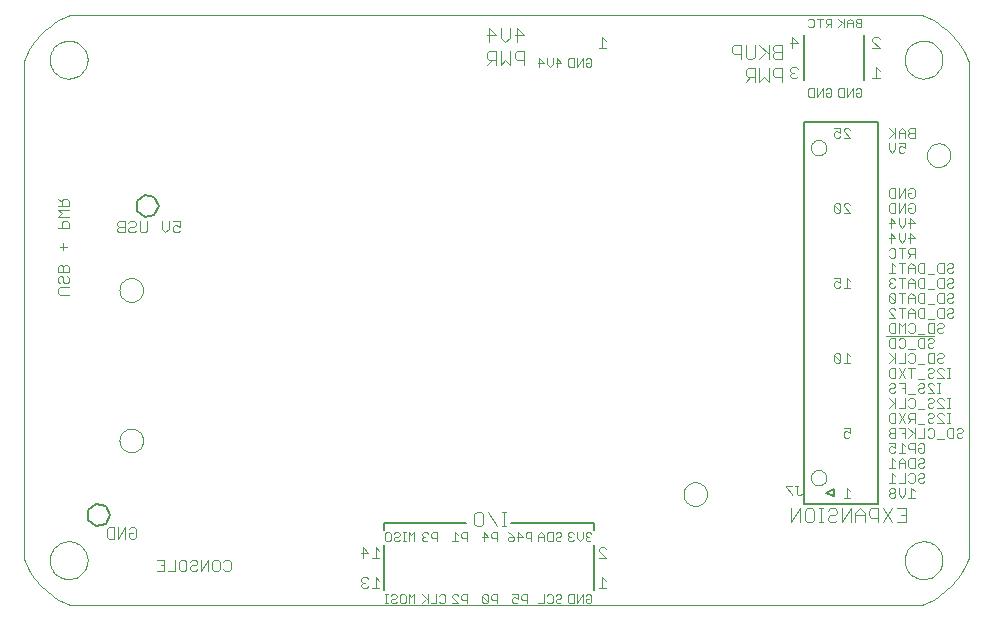
<source format=gbo>
G04 Output by ViewMate Deluxe V11.12.18  PentaLogix*
G04 Wed Mar 06 15:24:07 2019*
%IPPOS*%
%FSLAX25Y25*%
%MOIN*%
%ADD10C,0.0*%
%ADD264C,0.003*%
%ADD265C,0.004*%
%ADD266C,0.005*%
%ADD267C,0.0079*%

%LPD*%
X0Y0D2*D10*G1X286490Y176160D2*X286510Y175850D1*X286570Y175540*X286660Y175240*X286790Y174950*X286960Y174680*X287160Y174440*X287380Y174220*X287640Y174030*X287910Y173870*X288200Y173750*X288500Y173660*X288810Y173610*X289130Y173600*X289440Y173630*X289750Y173700*X290050Y173800*X290330Y173940*X290590Y174120*X290830Y174320*X291040Y174560*X291230Y174810*X291380Y175090*X291490Y175380*X291570Y175690*X291610Y176000*Y176320*X291570Y176630*X291490Y176940*X291380Y177230*X291230Y177510*X291040Y177760*X290830Y178000*X290590Y178200*X290330Y178380*X290050Y178520*X289750Y178620*X289440Y178690*X289130Y178720*X288810Y178710*X288500Y178660*X288200Y178570*X287910Y178450*X287640Y178290*X287380Y178100*X287160Y177880*X286960Y177640*X286790Y177370*X286660Y177080*X286570Y176780*X286510Y176470*X286490Y176160*X325110Y173660D2*X325130Y173270D1*X325190Y172880*X325290Y172500*X325420Y172130*X325590Y171780*X325790Y171440*X326030Y171130*X326300Y170840*X326590Y170580*X326910Y170350*X327250Y170150*X327610Y169990*X327980Y169870*X328370Y169780*X328760Y169730*X329150Y169720*X329540Y169750*X329930Y169820*X330300Y169930*X330670Y170070*X331020Y170250*X331350Y170460*X331660Y170710*X331940Y170980*X332190Y171280*X332410Y171610*X332600Y171950*X332750Y172310*X332870Y172690*X332950Y173070*X332990Y173460*Y173860*X332950Y174250*X332870Y174630*X332750Y175010*X332600Y175370*X332410Y175710*X332190Y176040*X331940Y176340*X331660Y176610*X331350Y176860*X331020Y177070*X330670Y177250*X330300Y177390*X329930Y177500*X329540Y177570*X329150Y177600*X328760Y177590*X328370Y177540*X327980Y177450*X327610Y177330*X327250Y177170*X326910Y176970*X326590Y176740*X326300Y176480*X326030Y176190*X325790Y175880*X325590Y175540*X325420Y175190*X325290Y174820*X325190Y174440*X325130Y174050*X325110Y173660*X286490Y66160D2*X286510Y65850D1*X286570Y65540*X286660Y65240*X286790Y64950*X286960Y64680*X287160Y64440*X287380Y64220*X287640Y64030*X287910Y63870*X288200Y63750*X288500Y63660*X288810Y63610*X289130Y63600*X289440Y63630*X289750Y63700*X290050Y63800*X290330Y63940*X290590Y64120*X290830Y64320*X291040Y64560*X291230Y64810*X291380Y65090*X291490Y65380*X291570Y65690*X291610Y66000*Y66320*X291570Y66630*X291490Y66940*X291380Y67230*X291230Y67510*X291040Y67760*X290830Y68000*X290590Y68200*X290330Y68380*X290050Y68520*X289750Y68620*X289440Y68690*X289130Y68720*X288810Y68710*X288500Y68660*X288200Y68570*X287910Y68450*X287640Y68290*X287380Y68100*X287160Y67880*X286960Y67640*X286790Y67370*X286660Y67080*X286570Y66780*X286510Y66470*X286490Y66160*X244010Y60700D2*X244030Y60310D1*X244090Y59920*X244190Y59540*X244320Y59170*X244490Y58820*X244690Y58480*X244930Y58170*X245200Y57880*X245490Y57620*X245810Y57390*X246150Y57190*X246510Y57030*X246880Y56910*X247270Y56820*X247660Y56770*X248050Y56760*X248440Y56790*X248830Y56860*X249200Y56970*X249570Y57110*X249920Y57290*X250250Y57500*X250560Y57750*X250840Y58020*X251090Y58320*X251310Y58650*X251500Y58990*X251650Y59350*X251770Y59730*X251850Y60110*X251890Y60500*Y60900*X251850Y61290*X251770Y61670*X251650Y62050*X251500Y62410*X251310Y62750*X251090Y63080*X250840Y63380*X250560Y63650*X250250Y63900*X249920Y64110*X249570Y64290*X249200Y64430*X248830Y64540*X248440Y64610*X248050Y64640*X247660Y64630*X247270Y64580*X246880Y64490*X246510Y64370*X246150Y64210*X245810Y64010*X245490Y63780*X245200Y63520*X244930Y63230*X244690Y62920*X244490Y62580*X244320Y62230*X244190Y61860*X244090Y61480*X244030Y61090*X244010Y60700*X39800Y220510D2*X38610Y220050D1*X37440Y219520*X36300Y218940*X35190Y218310*X34120Y217620*X33070Y216890*X32070Y216100*X31100Y215260*X30180Y214380*X29300Y213460*X28460Y212490*X27670Y211490*X26940Y210440*X26250Y209370*X25620Y208260*X25040Y207120*X24510Y205950*X24050Y204760*X55990Y128730D2*X56010Y128340D1*X56070Y127950*X56170Y127570*X56300Y127200*X56470Y126850*X56670Y126510*X56910Y126200*X57180Y125910*X57470Y125650*X57790Y125420*X58130Y125220*X58490Y125060*X58860Y124940*X59250Y124850*X59640Y124800*X60030Y124790*X60420Y124820*X60810Y124890*X61180Y125000*X61550Y125140*X61900Y125320*X62230Y125530*X62540Y125780*X62820Y126050*X63070Y126350*X63290Y126680*X63480Y127020*X63630Y127380*X63750Y127760*X63830Y128140*X63870Y128530*Y128930*X63830Y129320*X63750Y129700*X63630Y130080*X63480Y130440*X63290Y130780*X63070Y131110*X62820Y131410*X62540Y131680*X62230Y131930*X61900Y132140*X61550Y132320*X61180Y132460*X60810Y132570*X60420Y132640*X60030Y132670*X59640Y132660*X59250Y132610*X58860Y132520*X58490Y132400*X58130Y132240*X57790Y132040*X57470Y131810*X57180Y131550*X56910Y131260*X56670Y130950*X56470Y130610*X56300Y130260*X56170Y129890*X56070Y129510*X56010Y129120*X55990Y128730*Y78580D2*X56010Y78190D1*X56070Y77800*X56170Y77420*X56300Y77050*X56470Y76700*X56670Y76360*X56910Y76050*X57180Y75760*X57470Y75500*X57790Y75270*X58130Y75070*X58490Y74910*X58860Y74790*X59250Y74700*X59640Y74650*X60030Y74640*X60420Y74670*X60810Y74740*X61180Y74850*X61550Y74990*X61900Y75170*X62230Y75380*X62540Y75630*X62820Y75900*X63070Y76200*X63290Y76530*X63480Y76870*X63630Y77230*X63750Y77610*X63830Y77990*X63870Y78380*Y78780*X63830Y79170*X63750Y79550*X63630Y79930*X63480Y80290*X63290Y80630*X63070Y80960*X62820Y81260*X62540Y81530*X62230Y81780*X61900Y81990*X61550Y82170*X61180Y82310*X60810Y82420*X60420Y82490*X60030Y82520*X59640Y82510*X59250Y82460*X58860Y82370*X58490Y82250*X58130Y82090*X57790Y81890*X57470Y81660*X57180Y81400*X56910Y81110*X56670Y80800*X56470Y80460*X56300Y80110*X56170Y79740*X56070Y79360*X56010Y78970*X55990Y78580*X39800Y23660D2*X38610Y24120D1*X37440Y24650*X36300Y25230*X35190Y25860*X34120Y26550*X33070Y27280*X32070Y28070*X31100Y28910*X30180Y29790*X29300Y30710*X28460Y31680*X27670Y32680*X26940Y33730*X26250Y34800*X25620Y35910*X25040Y37050*X24510Y38220*X24050Y39410*X32750Y38660D2*X32770Y38160D1*X32830Y37660*X32930Y37170*X33070Y36690*X33240Y36220*X33450Y35770*X33700Y35330*X33980Y34920*X34300Y34530*X34640Y34160*X35010Y33820*X35410Y33520*X35830Y33250*X36270Y33010*X36730Y32800*X37200Y32640*X37680Y32510*X38180Y32420*X38670Y32370*X39180Y32360*X39680Y32390*X40170Y32460*X40660Y32570*X41140Y32720*X41600Y32900*X42050Y33120*X42480Y33380*X42890Y33670*X43280Y33990*X43640Y34340*X43960Y34720*X44260Y35120*X44530Y35550*X44760Y35990*X44950Y36450*X45110Y36930*X45230Y37420*X45310Y37910*X45350Y38410*Y38910*X45310Y39410*X45230Y39900*X45110Y40390*X44950Y40870*X44760Y41330*X44530Y41770*X44260Y42200*X43960Y42600*X43640Y42980*X43280Y43330*X42890Y43650*X42480Y43940*X42050Y44200*X41600Y44420*X41140Y44600*X40660Y44750*X40170Y44860*X39680Y44930*X39180Y44960*X38670Y44950*X38180Y44900*X37680Y44810*X37200Y44680*X36730Y44520*X36270Y44310*X35830Y44070*X35410Y43800*X35010Y43500*X34640Y43160*X34300Y42790*X33980Y42400*X33700Y41990*X33450Y41550*X33240Y41100*X33070Y40630*X32930Y40150*X32830Y39660*X32770Y39160*X32750Y38660*X24050Y204760D2*Y39400D1*X32750Y205510D2*X32770Y205010D1*X32830Y204510*X32930Y204020*X33070Y203540*X33240Y203070*X33450Y202620*X33700Y202180*X33980Y201770*X34300Y201380*X34640Y201010*X35010Y200670*X35410Y200370*X35830Y200100*X36270Y199860*X36730Y199650*X37200Y199490*X37680Y199360*X38180Y199270*X38670Y199220*X39180Y199210*X39680Y199240*X40170Y199310*X40660Y199420*X41140Y199570*X41600Y199750*X42050Y199970*X42480Y200230*X42890Y200520*X43280Y200840*X43640Y201190*X43960Y201570*X44260Y201970*X44530Y202400*X44760Y202840*X44950Y203300*X45110Y203780*X45230Y204270*X45310Y204760*X45350Y205260*Y205760*X45310Y206260*X45230Y206750*X45110Y207240*X44950Y207720*X44760Y208180*X44530Y208620*X44260Y209050*X43960Y209450*X43640Y209830*X43280Y210180*X42890Y210500*X42480Y210790*X42050Y211050*X41600Y211270*X41140Y211450*X40660Y211600*X40170Y211710*X39680Y211780*X39180Y211810*X38670Y211800*X38180Y211750*X37680Y211660*X37200Y211530*X36730Y211370*X36270Y211160*X35830Y210920*X35410Y210650*X35010Y210350*X34640Y210010*X34300Y209640*X33980Y209250*X33700Y208840*X33450Y208400*X33240Y207950*X33070Y207480*X32930Y207000*X32830Y206510*X32770Y206010*X32750Y205510*X323260Y220510D2*X39800D1*X339010Y204760D2*X338550Y205950D1*X338020Y207120*X337440Y208260*X336810Y209370*X336120Y210440*X335390Y211490*X334600Y212490*X333760Y213460*X332880Y214380*X331960Y215260*X330990Y216100*X329990Y216890*X328940Y217620*X327870Y218310*X326760Y218940*X325620Y219520*X324450Y220050*X323260Y220510*X317710Y205510D2*X317730Y205010D1*X317790Y204510*X317890Y204020*X318030Y203540*X318200Y203070*X318410Y202620*X318660Y202180*X318940Y201770*X319260Y201380*X319600Y201010*X319970Y200670*X320370Y200370*X320790Y200100*X321230Y199860*X321690Y199650*X322160Y199490*X322640Y199360*X323140Y199270*X323630Y199220*X324140Y199210*X324640Y199240*X325130Y199310*X325620Y199420*X326100Y199570*X326560Y199750*X327010Y199970*X327440Y200230*X327850Y200520*X328240Y200840*X328600Y201190*X328920Y201570*X329220Y201970*X329490Y202400*X329720Y202840*X329910Y203300*X330070Y203780*X330190Y204270*X330270Y204760*X330310Y205260*Y205760*X330270Y206260*X330190Y206750*X330070Y207240*X329910Y207720*X329720Y208180*X329490Y208620*X329220Y209050*X328920Y209450*X328600Y209830*X328240Y210180*X327850Y210500*X327440Y210790*X327010Y211050*X326560Y211270*X326100Y211450*X325620Y211600*X325130Y211710*X324640Y211780*X324140Y211810*X323630Y211800*X323140Y211750*X322640Y211660*X322160Y211530*X321690Y211370*X321230Y211160*X320790Y210920*X320370Y210650*X319970Y210350*X319600Y210010*X319260Y209640*X318940Y209250*X318660Y208840*X318410Y208400*X318200Y207950*X318030Y207480*X317890Y207000*X317790Y206510*X317730Y206010*X317710Y205510*X339010Y39400D2*Y204760D1*Y39410D2*X338550Y38220D1*X338020Y37050*X337440Y35910*X336810Y34800*X336120Y33730*X335390Y32680*X334600Y31680*X333760Y30710*X332880Y29790*X331960Y28910*X330990Y28070*X329990Y27280*X328940Y26550*X327870Y25860*X326760Y25230*X325620Y24650*X324450Y24120*X323260Y23660*X317710Y38660D2*X317730Y38160D1*X317790Y37660*X317890Y37170*X318030Y36690*X318200Y36220*X318410Y35770*X318660Y35330*X318940Y34920*X319260Y34530*X319600Y34160*X319970Y33820*X320370Y33520*X320790Y33250*X321230Y33010*X321690Y32800*X322160Y32640*X322640Y32510*X323140Y32420*X323630Y32370*X324140Y32360*X324640Y32390*X325130Y32460*X325620Y32570*X326100Y32720*X326560Y32900*X327010Y33120*X327440Y33380*X327850Y33670*X328240Y33990*X328600Y34340*X328920Y34720*X329220Y35120*X329490Y35550*X329720Y35990*X329910Y36450*X330070Y36930*X330190Y37420*X330270Y37910*X330310Y38410*Y38910*X330270Y39410*X330190Y39900*X330070Y40390*X329910Y40870*X329720Y41330*X329490Y41770*X329220Y42200*X328920Y42600*X328600Y42980*X328240Y43330*X327850Y43650*X327440Y43940*X327010Y44200*X326560Y44420*X326100Y44600*X325620Y44750*X325130Y44860*X324640Y44930*X324140Y44960*X323630Y44950*X323140Y44900*X322640Y44810*X322160Y44680*X321690Y44520*X321230Y44310*X320790Y44070*X320370Y43800*X319970Y43500*X319600Y43160*X319260Y42790*X318940Y42400*X318660Y41990*X318410Y41550*X318200Y41100*X318030Y40630*X317890Y40150*X317790Y39660*X317730Y39160*X317710Y38660*X39800Y23660D2*X323260D1*D264*X297390Y82760D2*X299520D1*Y81160*X298460Y81690*X297920*X297390Y81160*Y80090*X297920Y79560*X298990*X299520Y80090*X312490Y64560D2*X314620D1*X313550D2*Y67760D1*X314620Y66690*X317850Y69560D2*Y71690D1*X316780Y72760*X315710Y71690*X314620D2*X313550Y72760D1*Y69560*X314620D2*X312490D1*X315710Y71690D2*Y69560D1*X317850Y71160D2*X315710D1*X323760D2*X324290Y71690D1*Y72220*X323760Y72760*X322690*X322160Y72220*X321070Y69560D2*Y72760D1*X319470*X318930Y72220*Y70090*X319470Y69560*X321070*X322690D2*X322160Y70090D1*Y70620*X322690Y71160*X323760*X324290Y70090D2*X323760Y69560D1*X322690*X322160Y67220D2*X322690Y67760D1*X323760*X324290Y67220*Y66690*X323760Y66160*X322690Y64560D2*X322160Y65090D1*Y65620*X322690Y66160*X323760*X324290Y65090D2*X323760Y64560D1*X322690*X320000Y62760D2*X321070Y61690D1*X317850Y60620D2*Y62760D1*X315710Y60620D2*X316780Y59560D1*X317850Y60620*X321070Y59560D2*X318930D1*X320000Y62760D2*Y59560D1*X318930Y65090D2*X319470Y64560D1*X320530*X321070Y65090*Y67220*X320530Y67760*X319470*X318930Y67220*X317850Y67760D2*Y64560D1*X315710*Y60620D2*Y62760D1*X314090Y61160D2*X314620Y60620D1*Y60090*X314090Y59560*X313020*X312490Y60090*Y60620*X313020Y61160*X312490Y61690D2*Y62220D1*X313020Y62760*X314090*X314620Y62220*Y61690*X314090Y61160*X313020*X312490Y61690*X299520D2*X298460Y62760D1*Y59560*X297390D2*X299520D1*X283370Y60840D2*X282840Y60310D1*X282300*X281770Y60840*X278010Y62970D2*Y63510D1*X280150*X282300D2*X281240D1*X281770Y60840D2*Y63510D1*X280150Y60310D2*Y60840D1*X278010Y62970*X141420Y43010D2*X142650Y41770D1*X137120Y39310D2*Y43010D1*X138970Y41160*X136500*X142650Y39310D2*X140180D1*X141420Y43010D2*Y39310D1*X146440Y47470D2*X145960Y47960D1*X144990*X144510Y47470*Y45540*X144990Y45060*X145960*X146440Y45540*Y47470*X147460D2*X147940Y47960D1*X148910*X149390Y47470*Y46990*X148910Y46510*X147940*X147460Y46020*Y45540*X147940Y45060*X148910*X149390Y45540*X150390Y45060D2*X151360D1*X150870Y47960D2*Y45060D1*X151360Y47960D2*X150390D1*X154300D2*X153330Y46990D1*X152370Y47960*Y45060*X154300Y47960D2*Y45060D1*X158900Y47470D2*X158420Y47960D1*X157450*X156960Y47470*Y46990*X157450Y46510*X157930D2*X157450D1*X156960Y46020*Y45540*X157450Y45060*X158420*X158900Y45540*X161850Y46020D2*X160400D1*X159910Y46510*Y47470*X160400Y47960*X161850*Y45060*X168900D2*X166960D1*X167930D2*Y47960D1*X168900Y46990*X171850Y47960D2*X170400D1*X169910Y47470*Y46510*X170400Y46020*X171850*Y47960D2*Y45060D1*X177450D2*Y47960D1*X178900Y46510*X176960*X181850Y47960D2*X180400D1*X179910Y47470*Y46510*X180400Y46020*X181850*Y47960D2*Y45060D1*X185490Y47960D2*X186460Y47470D1*X187430Y46510*Y45540*X186940Y45060*X185980*X185490Y45540*Y46020*X185980Y46510*X187430*X188440D2*X190370D1*X188920Y45060D2*Y47960D1*X190370Y46510*X193320Y46020D2*X191870D1*X191380Y46510*Y47470*X191870Y47960*X193320*Y45060*X197430Y46990D2*Y45060D1*X195490Y46510D2*X197430D1*X195490Y45060D2*Y46990D1*X196460Y47960*X197430Y46990*X200370Y47960D2*X198920D1*X198440Y47470*Y45540*X198920Y45060*X200370*Y47960*X201380Y47470D2*X201870Y47960D1*X202840*X203320Y47470*Y46990*Y45540D2*X202840Y45060D1*X201870*X201380Y45540*Y46020*X201870Y46510*X202840*X203320Y46990*X206460Y46510D2*X205980D1*X207430Y45540D2*X206940Y45060D1*X205980*X205490Y45540*Y46020*X205980Y46510*X205490Y46990*Y47470*X205980Y47960*X206940*X207430Y47470*X208440Y47960D2*Y46020D1*X209410Y45060*X210370Y46020*Y47960*X213320Y47470D2*X212840Y47960D1*X211870*X211380Y47470*Y46990*X211870Y46510*X212350D2*X211870D1*X211380Y46020*Y45540*X211870Y45060*X212840*X213320Y45540*X215740Y41770D2*X218210Y39310D1*Y42390D2*X217590Y43010D1*X216360*X215740Y42390*Y41770*X218210Y39310D2*X215740D1*X218210Y31770D2*X216970Y33010D1*Y29310*X215740D2*X218210D1*X211380Y24840D2*X211870Y24360D1*X212840*X213320Y24840*Y26770*X212840Y27260*X211870*X211380Y26770*X212350Y25810D2*X211380D1*Y24840*X210370Y24360D2*Y27260D1*X208440Y24360*Y27260*X205490Y26770D2*X205980Y27260D1*X207430*Y24360*X205980*X205490Y24840*Y26770*X201380D2*X201870Y27260D1*X202840*X203320Y26770*Y26290*X202840Y25810*X201380Y24840D2*Y25320D1*X201870Y25810*X202840*X203320Y24840D2*X202840Y24360D1*X201870*X201380Y24840*X198440D2*X198920Y24360D1*X199890*X200370Y24840*Y26770*X199890Y27260*X198920*X198440Y26770*X197430Y27260D2*Y24360D1*X195490*X189910Y25810D2*Y26770D1*X190400Y27260*X191850*Y24360*Y25320D2*X190400D1*X189910Y25810*X188900D2*Y27260D1*X186960*Y25810D2*X187450Y26290D1*X187930*X188900Y25810*Y24840D2*X188420Y24360D1*X187450*X186960Y24840*Y25810*X179910D2*Y26770D1*X180400Y27260*X181850*Y24360*Y25320D2*X180400D1*X179910Y25810*X178900Y24840D2*Y26770D1*X178420Y27260*X177450*X176960Y26770*Y24840*X177450Y24360*X178420*X178900Y24840*X176960Y26770*X166960D2*X167450Y27260D1*X168420*X168900Y26770*X169910Y25810D2*Y26770D1*X170400Y27260*X171850*Y24360*Y25320D2*X170400D1*X169910Y25810*X166960Y24360D2*X168900D1*X166960Y26290*Y26770*X162630D2*X163120Y27260D1*X164090*X164570Y26770*Y24840*X164090Y24360*X163120*X162630Y24840*X159690Y24360D2*X161620D1*Y27260*X158680Y24360D2*Y27260D1*X158190Y25810D2*X156740Y24360D1*Y27260D2*X158680Y25320D1*X152370Y27260D2*X153330Y26290D1*X154300Y27260*Y24360*X152370Y27260D2*Y24360D1*X148410Y26290D2*Y26770D1*X147920Y27260*X146960*X146470Y26770*Y24840D2*Y25320D1*X146960Y25810*X147920*X148410Y26290*X149420Y24840D2*X149900Y24360D1*X150870*X151360Y24840*Y26770*X150870Y27260*X149900*X149420Y26770*Y24840*X148410D2*X147920Y24360D1*X146960*X146470Y24840*X145460Y24360D2*X144490D1*X144980Y27260D2*Y24360D1*X144490Y27260D2*X145460D1*X137120Y31160D2*X137730D1*X136500Y32390D2*X137120Y33010D1*X138350*X138970Y32390*X142650Y31770D2*X141420Y33010D1*Y29310*X140180D2*X142650D1*X138970Y29920D2*X138350Y29310D1*X137120*X136500Y29920*Y30540*X137120Y31160*X136500Y31770*Y32390*X90570Y35670D2*X91190Y35060D1*X92420*X93040Y35670*Y38140*X92420Y38760*X91190*X90570Y38140*X86890D2*Y35670D1*X87510Y35060*X88740*X89360Y35670*Y38140*X88740Y38760*X87510*X86890Y38140*X85670Y35060D2*Y38760D1*X83210Y35060*Y38760*X81990Y35670D2*X81370Y35060D1*X80140*X79520Y35670*Y36290*X80140Y36910*X81370*X81990Y37520*Y38140*X81370Y38760*X80140*X79520Y38140*X75840D2*X76460Y38760D1*X77690*X78310Y38140*Y35670*X77690Y35060*X76460*X75840Y35670*Y38140*X74630Y38760D2*Y35060D1*X72160*X69710Y36910D2*X70940D1*X68470Y35060D2*X70940D1*Y38760*X68470*X59150Y46520D2*Y47750D1*X60380*X59150Y48990D2*X59760Y49600D1*X61000*X61620Y48990*Y46520*X61000Y45900*X59760*X59150Y46520*X57930Y45900D2*Y49600D1*X55460Y45900*Y49600*X52400D2*X51780Y48990D1*Y46520*X52400Y45900*X54250*Y49600*X52400*X39150Y127230D2*X36070D1*X35450Y127850*Y129080*X36070Y129700*X38540Y130920D2*X39150Y131530D1*Y132770*X38540Y133380*X35450Y134600D2*X39150D1*Y136450*X38540Y137070*X37300Y136450D2*X36680Y137070D1*X36070*X35450Y136450*Y134600*X36680Y133380D2*X37300Y132770D1*Y131530*X37920Y130920*X38540*X36070Y129700D2*X39150D1*X36070Y130920D2*X35450Y131530D1*Y132770*X36070Y133380*X36680*X37300Y134600D2*Y136450D1*X37920Y137070*X38540*X36070Y143200D2*X38540D1*X37300Y144430D2*Y141960D1*X36680Y157930D2*X35450Y159170D1*Y156700D2*X39150D1*X36680D2*Y158550D1*X37300Y159170*X38540*X39150Y158550*Y156700*Y155480D2*X35450D1*X36680Y154250*X35450Y153010*X39150*Y151180D2*X38540Y151800D1*X37300*X36680Y151180*Y149330*X35450D2*X39150D1*Y151180*X57780Y151630D2*Y147930D1*X55930*X55310Y148550*Y149170*X55930Y149780*X57780D2*X55930D1*X55310Y150400*Y151020*X55930Y151630*X57780*X59000Y151020D2*X59620Y151630D1*X60850*X61470Y151020*Y148550D2*X60850Y147930D1*X59620*X59000Y148550*Y149170*X59620Y149780*X60850*X61470Y150400*Y151020*X62680Y151630D2*Y148550D1*X63300Y147930*X64530*X65150Y148550*Y151630*X70050D2*Y149170D1*X71280Y147930*X72520Y149170*Y151630*X76200D2*X73730D1*X76200Y148550D2*X75580Y147930D1*X74350*X73730Y148550*Y149780*X74350Y150400*X74960*X76200Y149780*Y151630*X200370Y204070D2*Y206010D1*X197430Y204560D2*X195980Y206010D1*Y203110*X197430Y204560D2*X195490D1*X198440Y206010D2*Y204070D1*X199410Y203110*X200370Y204070*X201380Y204560D2*X203320D1*X201870Y203110D2*Y206010D1*X203320Y204560*X210370Y206010D2*Y203110D1*X207430Y206010D2*Y203110D1*X205980*X205490Y203590*Y205520*X205980Y206010*X207430*X208440D2*Y203110D1*X210370Y206010*X212840D2*X211870D1*X211380Y205520*X212350Y204560D2*X211380D1*Y203590*X211870Y203110*X212840*X213320Y203590*Y205520*X212840Y206010*X218210Y211770D2*X216970Y213010D1*Y209310*X218210D2*X215740D1*X291380Y193590D2*X291870Y193110D1*X292840*X293320Y193590*Y195520*X292840Y196010*X291870*X291380Y195520*X292350Y194560D2*X291380D1*Y193590*X290370Y193110D2*Y196010D1*X288440Y193110*Y196010*X285980D2*X287430D1*Y193110*X285980*X285490Y193590*Y195520*X285980Y196010*X282020Y202390D2*X281410Y203010D1*X280170*X280790Y201160D2*X280170D1*X282020Y199920D2*X281410Y199310D1*X280170*X279560Y199920*Y200540*X280170Y201160*X279560Y201770*Y202390*X280170Y203010*Y209310D2*Y213010D1*X279560Y211160D2*X282020D1*X280170Y213010*X287430Y218720D2*X286940Y219210D1*X285980*X285490Y218720*Y216790D2*X285980Y216310D1*X286940*X287430Y216790*Y218720*X290370Y219210D2*X288440D1*X289410Y216310D2*Y219210D1*X292350Y217270D2*X291380Y216310D1*X293320Y217270D2*X291870D1*X291380Y217760*Y218720*X291870Y219210*X293320*Y216310*X296940Y217760D2*X295490Y216310D1*X297430Y217270D2*X295490Y219210D1*X303320Y216310D2*Y219210D1*X300370Y216310D2*Y218240D1*X299410Y219210*X298440Y218240*X297430Y216310D2*Y219210D1*X298440Y218240D2*Y216310D1*X300370Y217760D2*X298440D1*X301870D2*X301380Y218240D1*Y218720*X301870Y219210*X303320*Y217760D2*X301870D1*X301380Y217270*Y216790*X301870Y216310*X303320*X306990Y211770D2*X309460Y209310D1*Y212390D2*X308840Y213010D1*X307610*X306990Y212390*Y211770*X309460Y209310D2*X306990D1*X309460Y201770D2*X308220Y203010D1*Y199310*X306990D2*X309460D1*X302350Y194560D2*X301380D1*Y193590*X301870Y193110*X302840*X303320Y193590*Y195520*X302840Y196010*X301870*X301380Y195520*X300370Y193110D2*Y196010D1*X298440Y193110*Y196010*X295980Y193110D2*X297430D1*Y196010*X295980*X295490Y195520*Y193590*X295980Y193110*X296300Y157220D2*Y155090D1*X294170Y157220D2*Y155090D1*X294700Y154560*X295770*X296300Y155090*X294170Y157220*X294700Y157760*X295770*X296300Y157220*X299520D2*X298990Y157760D1*X297920*X297390Y157220*Y156690*X299520Y154560*X297390*X299520Y131690D2*X298460Y132760D1*X299520Y129560D2*X297390D1*X298460Y132760D2*Y129560D1*X294170Y132760D2*X296300D1*Y131160*X294700Y129560D2*X294170Y130090D1*Y131160*X294700Y131690*X295230*X296300Y131160*Y130090D2*X295770Y129560D1*X294700*X294170Y107220D2*X294700Y107760D1*X295770*X296300Y107220*Y105090D2*X295770Y104560D1*X294700*X294170Y105090*Y107220*X296300Y105090*Y107220*X299520Y106690D2*X298460Y107760D1*Y104560*X299520D2*X297390D1*X328600Y99560D2*X330740D1*X328600Y102220D2*Y101690D1*X330740Y99560*X332880D2*X331820D1*X332350Y102760D2*Y99560D1*X331820Y102760D2*X332880D1*X330740Y102220D2*X330200Y102760D1*X329130*X328600Y102220*X321070Y109020D2*X318930D1*X327510Y110090D2*X326980Y109560D1*X327510Y124020D2*X325380D1*X333430Y129560D2*X333960Y130090D1*X325380Y129020D2*X327510D1*X318930Y139560D2*X320000Y140620D1*X312490Y142220D2*X313020Y142760D1*X314090*X314620Y142220*Y140090*X314090Y139560*X312490Y140090D2*X313020Y139560D1*X314090*X312490Y134560D2*X314620D1*X313550D2*Y137760D1*X314620Y136690*X317850Y137760D2*X315710D1*X318930Y136160D2*X321070D1*X318930Y134560D2*Y136690D1*X320000Y137760*X321070Y136690*Y134560*Y131690D2*X320000Y132760D1*X318930Y131690*X315710Y132760D2*X317850D1*X314620Y132220D2*X314090Y132760D1*X313020*X312490Y132220*Y131690*X313020Y131160*X313550D2*X313020D1*X312490Y130620*Y130090*X313020Y129560*X314090*X314620Y130090*Y127220D2*Y125090D1*X312490Y127220D2*Y125090D1*X313020Y124560*X314090*X314620Y125090*X312490Y127220*X313020Y127760*X314090*X314620Y127220*X317850Y127760D2*X315710D1*X321070Y126690D2*X320000Y127760D1*X322160Y125090D2*X322690Y124560D1*X324290*Y127760*X322690*X322160Y127220*Y125090*X321070Y126690D2*Y124560D1*X318930Y126160D2*X321070D1*X318930Y124560D2*Y126690D1*X320000Y127760*X318930Y131690D2*Y129560D1*X321070Y131160D2*X318930D1*X321070Y131690D2*Y129560D1*X324290Y132760D2*Y129560D1*X322690*X322160Y130090*Y132220*X322690Y132760*X324290*Y134560D2*Y137760D1*X322690*X322160Y137220*Y135090*X322690Y134560*X324290*X327510Y134020D2*X325380D1*X331820Y137220D2*X332360Y137760D1*X333430*X333960Y137220*Y136690*X333430Y136160*X331820Y135090D2*Y135620D1*X332360Y136160*X333430*X333960Y135090D2*X333430Y134560D1*X332360*X331820Y135090*X330740Y134560D2*Y137760D1*X329130*X328600Y137220*Y135090*X329130Y134560*X330740*Y132760D2*Y129560D1*X329130*X328600Y130090*Y132220*X329130Y132760*X330740*X331820Y132220D2*X332360Y132760D1*X333430*X333960Y132220*Y131690*X333430Y131160*X332360*X331820Y130620*Y130090*X332360Y129560*X333430*Y126160D2*X333960Y126690D1*Y127220*X333430Y127760*X332360*X331820Y127220*X330740Y124560D2*Y127760D1*X329130*X328600Y127220*Y125090*X329130Y124560*X330740*X332360D2*X331820Y125090D1*Y125620*X332360Y126160*X333430*X333960Y125090D2*X333430Y124560D1*X332360*X331820Y122220D2*X332360Y122760D1*X333430*X333960Y122220*Y121690*X333430Y121160*X331820Y120090D2*Y120620D1*X332360Y121160*X333430*X333960Y120090D2*X333430Y119560D1*X332360*X331820Y120090*X328600Y117220D2*X329130Y117760D1*X330740Y115090D2*X330200Y114560D1*X329130*X328600Y115090*Y115620*X329130Y116160*X330200*X330740Y116690*Y117220*X330200Y117760*X329130*X328600Y120090D2*Y122220D1*X329130Y122760*X330740*Y119560*X329130*X328600Y120090*X325380Y119020D2*X327510D1*X322160Y120090D2*Y122220D1*X322690Y122760*X324290*Y119560*X322690*X322160Y120090*X321070Y121690D2*Y119560D1*X318930Y121690D2*X320000Y122760D1*X321070Y121690*X318930Y121160D2*X321070D1*X318930Y121690D2*Y119560D1*X315710Y122760D2*X317850D1*X314620Y122220D2*X314090Y122760D1*X313020*X312490Y122220*Y121690*X314620Y119560*X312490*X327660Y113360D2*X311550D1*X325380Y115090D2*X325910Y114560D1*X327510*Y117760*X325910*X325380Y117220*Y115090*X321070D2*Y117220D1*X320530Y117760*X319470*X318930Y117220*X317850Y114560D2*Y117760D1*X318930Y115090D2*X319470Y114560D1*X320530*X321070Y115090*X324290Y114020D2*X322160D1*X324290Y112760D2*Y109560D1*X322690*X322160Y110090*Y112220*X322690Y112760*X324290*X325380Y112220D2*X325910Y112760D1*X326980*X327510Y112220*Y111690*X326980Y111160*X325910*X325380Y110620*Y110090*X325910Y109560*X326980*X328600Y107220D2*X329130Y107760D1*X330200*X330740Y107220*Y106690*X330200Y106160*X328600Y105090D2*Y105620D1*X329130Y106160*X330200*X330740Y105090D2*X330200Y104560D1*X329130*X328600Y105090*X325380D2*X325910Y104560D1*X327510*Y107760*X325910*X325380Y107220*Y105090*X321070D2*Y107220D1*X320530Y107760*X319470*X318930Y107220*X317850Y107760D2*Y104560D1*X315710*X318930Y105090D2*X319470Y104560D1*X320530*X321070Y105090*X324290Y104020D2*X322160D1*X325380Y102220D2*X325910Y102760D1*X326980*X327510Y102220*Y101690*X326980Y101160*X325910Y99560D2*X325380Y100090D1*Y100620*X325910Y101160*X326980*X327510Y100090D2*X326980Y99560D1*X325910*X323760Y97760D2*X322690D1*X322160Y97220*X318930Y94020D2*X321070D1*X314620Y90620D2*X312490Y92760D1*X317850D2*Y89560D1*X318930Y92220D2*X319470Y92760D1*X320530*X321070Y92220*Y90090*X325380Y92220D2*X325910Y92760D1*X326980*X327510Y92220*X330740Y87220D2*X330200Y87760D1*X332880D2*X331820D1*X332350Y84560D2*Y87760D1*X332880Y84560D2*X331820D1*X335050Y82220D2*X335580Y82760D1*X336650*X337180Y82220*Y81690*X336650Y81160*X335050Y80090D2*Y80620D1*X335580Y81160*X336650*X337180Y80090D2*X336650Y79560D1*X335580*X335050Y80090*X331820D2*Y82220D1*X332360Y82760*X333960*Y79560*X332360*X331820Y80090*X328600Y79020D2*X330740D1*X325380Y82220D2*X325910Y82760D1*X326980*X327510Y82220*Y80090*X326980Y79560*X325910*X325380Y80090*X324290Y82760D2*Y79560D1*X322160Y84020D2*X324290D1*X321070Y79560D2*Y82760D1*X324290Y79560D2*X322160D1*Y76160D2*X323220D1*X322160Y77220D2*X322690Y77760D1*X323760*X324290Y77220*Y75090*X323760Y74560*X322690*X322160Y75090*Y76160*X318930D2*Y77220D1*X319470Y77760*X321070*Y74560*Y75620D2*X319470D1*X318930Y76160*X317850Y76690D2*X316780Y77760D1*Y74560*X315710D2*X317850D1*X314620Y75090D2*X314090Y74560D1*X313020*X312490Y75090*Y76160*X313020Y76690*X313550*X314620Y76160*Y77760*X312490*X313020Y81160D2*X312490Y81690D1*Y82220*X313020Y82760*X314620*Y79560*X313020*X312490Y80090*Y80620*X313020Y81160*X314620*X317850D2*X316780D1*X321070Y80620D2*X318930Y82760D1*Y79560D2*X320530Y81160D1*X317850Y79560D2*Y82760D1*X315710*X317850Y87760D2*X315710Y84560D1*X319470Y85620D2*X318930Y86160D1*Y87220*X319470Y87760*X321070*Y84560*X319470Y85620D2*X321070D1*X318930Y84560D2*X320000Y85620D1*X315710Y87760D2*X317850Y84560D1*X313020Y87760D2*X314620D1*Y84560*X313020*X312490Y85090*Y87220*X313020Y87760*X314090Y91160D2*X312490Y89560D1*X314620D2*Y92760D1*X317850Y89560D2*X315710D1*X318930Y90090D2*X319470Y89560D1*X320530*X321070Y90090*X324290Y89020D2*X322160D1*X325380Y87220D2*X325910Y87760D1*X326980*X327510Y87220*Y86690*X326980Y86160*X325910*X325380Y85620*Y85090*X325910Y84560*X326980*X327510Y85090*X328600Y84560D2*X330740D1*X328600Y86690*Y87220*X329130Y87760*X330200*X328600Y89560D2*X330740D1*X327510Y90090D2*X326980Y89560D1*X325910*X325380Y90090*Y90620*X325910Y91160*X326980*X327510Y91690*Y92220*X329130Y92760D2*X328600Y92220D1*Y91690*X330740Y89560*X332880D2*X331820D1*X332350Y92760D2*Y89560D1*X331820Y92760D2*X332880D1*X330740Y92220D2*X330200Y92760D1*X329130*X329660Y94560D2*X328590D1*X329130Y97760D2*Y94560D1*X328590Y97760D2*X329660D1*X327510Y97220D2*X326980Y97760D1*X325910*X325380Y97220*Y96690*X327510Y94560*X325380*X324290Y95090D2*X323760Y94560D1*X322690*X322160Y95090*Y95620*X322690Y96160*X323760*X324290Y96690*Y97220*X323760Y97760*X322160Y99020D2*X324290D1*X320000Y102760D2*Y99560D1*X318930Y102760D2*X321070D1*X315710Y99560D2*X317850Y102760D1*Y94560D2*Y97760D1*X316780Y96160D2*X317850D1*X314620Y97220D2*Y96690D1*X314090Y96160*X313020*X314620Y95090D2*X314090Y94560D1*X313020*X312490Y95090*Y95620*X313020Y96160*X312490Y97220D2*X313020Y97760D1*X314090*X314620Y97220*X317850Y97760D2*X315710D1*Y102760D2*X317850Y99560D1*X313020Y102760D2*X314620D1*Y99560*X313020*X312490Y100090*Y102220*X313020Y102760*X314090Y106160D2*X312490Y104560D1*X314620Y105620D2*X312490Y107760D1*X314620D2*Y104560D1*X315710Y110090D2*X316240Y109560D1*X317310*X317850Y110090*Y112220*X317310Y112760*X316240*X315710Y112220*X314620Y112760D2*Y109560D1*X313020*X312490Y110090*Y112220*X313020Y112760*X314620*Y114560D2*Y117760D1*X313020*X312490Y117220*Y115090*X313020Y114560*X314620*X315710D2*Y117760D1*X316780Y116690*X317850Y117760*X316780Y122760D2*Y119560D1*Y127760D2*Y124560D1*Y132760D2*Y129560D1*Y137760D2*Y134560D1*Y142760D2*Y139560D1*X317850Y142760D2*X315710D1*X319470D2*X321070D1*Y139560*Y140620D2*X319470D1*X318930Y141160*Y142220*X319470Y142760*Y147760D2*Y144560D1*X317850Y145620D2*Y147760D1*X312490Y146160D2*X314620D1*X313020Y144560D2*Y147760D1*X314620Y146160*X315710Y147760D2*Y145620D1*X316780Y144560*X317850Y145620*X318930Y146160D2*X321070D1*X319470Y147760*Y149560D2*Y152760D1*X321070Y151160*X318930*X314620D2*X313020Y152760D1*Y149560*X314620Y151160D2*X312490D1*X315710Y152760D2*Y150620D1*X316780Y149560*X317850Y150620*Y152760*Y157760D2*Y154560D1*X314620Y157760D2*Y154560D1*X313020*X312490Y155090*Y157220*X313020Y157760*X314620*X315710D2*Y154560D1*X317850Y157760*X318930Y157220D2*X319470Y157760D1*X320000Y156160D2*X318930D1*Y155090*X319470Y154560*X320530*X321070Y155090*Y157220*X320530Y157760*X319470*X318930Y160090D2*X319470Y159560D1*X320530*X321070Y160090*Y162220*X320530Y162760*X319470*X318930Y162220*X320000Y161160D2*X318930D1*Y160090*X317850Y159560D2*Y162760D1*X315710Y159560*Y162760*X314620D2*Y159560D1*X313020*X312490Y160090*Y162220*X313020Y162760*X314620*Y177760D2*Y175620D1*X312490Y177760D2*Y175620D1*X313550Y174560*X314620Y175620*X317850Y175090D2*X317310Y174560D1*X316240*X315710Y175090*Y176160*X316240Y176690*X316780*X317850Y176160*Y177760*X315710*X317850Y181160D2*X315710D1*X318930Y180090D2*Y180620D1*X319470Y181160*X321070D2*X319470D1*X318930Y181690*Y182220*X319470Y182760*X321070*Y179560*X319470*X318930Y180090*X317850Y179560D2*Y181690D1*X316780Y182760*X315710Y181690*Y179560*X314620Y182760D2*Y179560D1*Y180620D2*X312490Y182760D1*Y179560D2*X314090Y181160D1*X297390Y179560D2*X299520D1*X297390Y181690*Y182220*X299520D2*X298990Y182760D1*X297920*X297390Y182220*X294170Y182760D2*X296300D1*Y181160*X294170Y180090D2*Y181160D1*X294700Y181690*X295230*X296300Y181160*Y180090D2*X295770Y179560D1*X294700*X294170Y180090*D265*X188450Y211360D2*Y215960D1*X187690Y213660D2*X190760D1*X188450Y215960*X186150D2*Y212890D1*X184620Y211360*X183080Y212890*Y215960*X178480Y213660D2*X181550D1*X179250Y215960*Y211360*X180010Y205390D2*X178480Y203860D1*X181550Y205390D2*X179250D1*X178480Y206160*Y207690*X179250Y208460*X181550*Y203860*X186150D2*X184620Y205390D1*X183080Y203860*Y208460*X186150Y203860D2*Y208460D1*X190760Y205390D2*X188450D1*X187690Y206160*Y207690*X188450Y208460*X190760*Y203860*X269300Y198230D2*X270840Y199770D1*X272370Y198230*Y202830*X274670D2*X276970D1*Y198230*Y199770D2*X274670D1*X273910Y200530*Y202070*X274670Y202830*X273910Y206500D2*Y207270D1*X274670Y208030*X276970D2*X274670D1*X273910Y208800*Y209570*X274670Y210330*X276970*Y205730*X274670*X273910Y206500*X272370Y210330D2*Y205730D1*X263160D2*Y210330D1*Y207270D2*X260860D1*X260090Y208030*Y209570*X260860Y210330*X263160*X264700D2*Y206500D1*X265460Y205730*X267000*X267770Y206500*Y210330*X272370Y207270D2*X269300Y210330D1*Y205730D2*X271600Y208030D1*X269300Y198230D2*Y202830D1*X265460Y199770D2*X264700Y200530D1*Y202070*X265460Y202830*X267770*Y198230*X265460Y199770D2*X267770D1*X264700Y198230D2*X266230Y199770D1*X177320Y53940D2*X176550Y54710D1*X175010*X174250Y53940*Y50870*X175010Y50110*X176550*X177320Y50870*Y53940*X181920Y50110D2*X178850Y54710D1*X184990Y50110D2*X183450D1*X184220Y54710D2*Y50110D1*X184990Y54710D2*X183450D1*X279810Y55960D2*Y51360D1*X282880Y55960*Y51360*X287480Y52120D2*X286710Y51360D1*X285180*X284410Y52120*Y55190*X285180Y55960*X286710*X287480Y55190*Y52120*X289020Y51360D2*X290550D1*X289780Y55960D2*Y51360D1*X290550Y55960D2*X289020D1*X292090Y55190D2*X292850Y55960D1*X294390*X295160Y55190*Y54430*Y52120D2*X294390Y51360D1*X292850*X292090Y52120*Y52890*X292850Y53660*X294390*X295160Y54430*X316640Y53660D2*X318180D1*X313570Y55960D2*X310500Y51360D1*X315110Y55960D2*X318180D1*Y51360*X315110*X310500Y55960D2*X313570Y51360D1*X305900Y53660D2*Y55190D1*X306670Y55960*X308970*Y51360*Y52890D2*X306670D1*X305900Y53660*X304360D2*X301290D1*X304360Y51360D2*Y54430D1*X302830Y55960*X301290Y54430*Y51360*X299760D2*Y55960D1*X296690Y51360*Y55960*D266*X64470Y153130D2*X67640Y153850D1*X51390Y50720D2*X48220Y50000D1*X214050Y28660D2*Y43660D1*X144050D2*Y28660D1*Y48660D2*Y51160D1*X171550*X186550D2*X214050D1*Y48660*X294050Y62410D2*Y59910D1*X291550Y61160*X294050Y62410*X304050Y198660D2*Y213660D1*X284330Y184840D2*Y57470D1*X308930*Y184840*X284330*X284050Y213660D2*Y198660D1*D267*X48220Y57310D2*X51390Y56590D1*X52800Y53660*X51390Y50720*X48220Y50000D2*X45670Y52030D1*Y55280*X48220Y57310*X64470Y153130D2*X61920Y155150D1*Y158410*X64470Y160440*X67640Y159710*X69050Y156780*X67640Y153850*X0Y0D2*M02*
</source>
